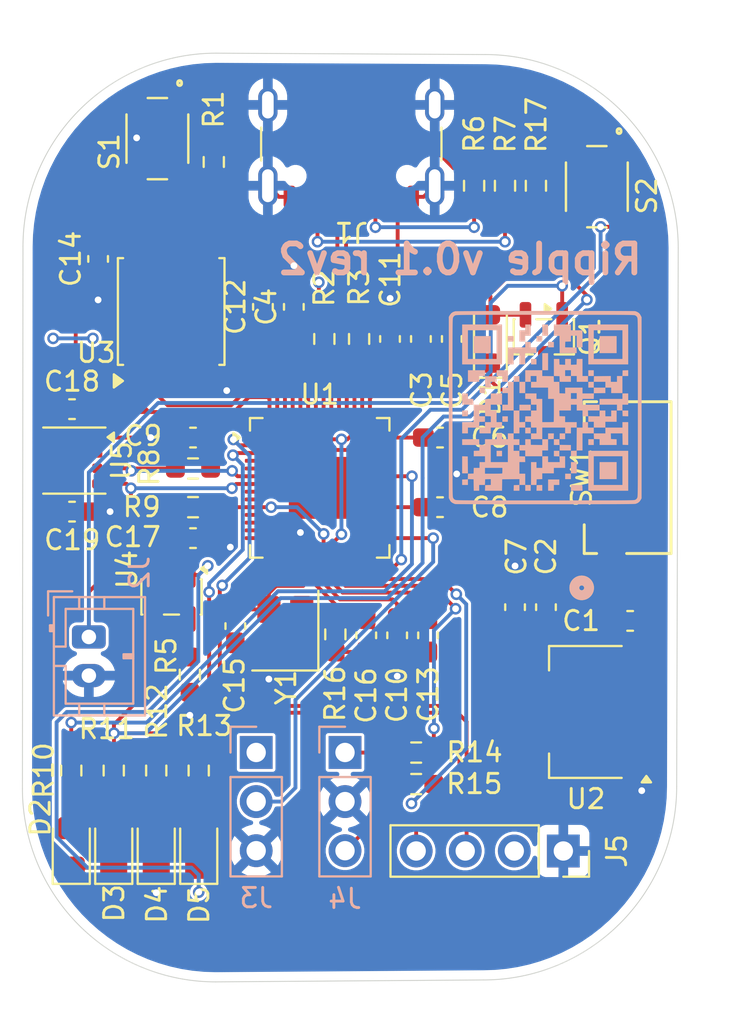
<source format=kicad_pcb>
(kicad_pcb (version 20241229) (generator "pcbnew") (generator_version "9.0")
  (layers (0 "F.Cu" signal) (2 "B.Cu" signal) (13 "F.Paste" user) (15 "B.Paste" user) (5 "F.SilkS" user "F.Silkscreen") (7 "B.SilkS" user "B.Silkscreen") (1 "F.Mask" user) (3 "B.Mask" user) (25 "Edge.Cuts" user))
  (net 0 "")
  (net 1 "Net-(SW1-C)")
  (net 2 "GND")
  (net 3 "+3.3V")
  (net 4 "+1V1")
  (net 5 "XIN")
  (net 6 "Net-(C16-Pad2)")
  (net 7 "VBAT")
  (net 8 "Net-(D1-K)")
  (net 9 "VBUS")
  (net 10 "Net-(D2-A)")
  (net 11 "Net-(D3-A)")
  (net 12 "Net-(D4-A)")
  (net 13 "CHARGE")
  (net 14 "Net-(D5-A)")
  (net 15 "D+")
  (net 16 "Net-(J1-CC1)")
  (net 18 "Net-(J1-CC2)")
  (net 20 "D-")
  (net 21 "LED_PWM")
  (net 22 "Net-(J4-Pin_3)")
  (net 23 "Net-(J4-Pin_1)")
  (net 24 "DSP_SDA")
  (net 25 "DSP_SCL")
  (net 26 "Net-(R1-Pad1)")
  (net 27 "Q_SS")
  (net 28 "Net-(U1-USB_DP)")
  (net 29 "Net-(U1-USB_DM)")
  (net 30 "Net-(U4-PROG)")
  (net 31 "T_SDA")
  (net 32 "T_SCL")
  (net 33 "STATUS")
  (net 34 "SWCLK")
  (net 35 "SWD")
  (net 36 "XOUT")
  (net 37 "RST")
  (net 45 "Q_SD3")
  (net 48 "Q_SD2")
  (net 59 "Q_SD1")
  (net 60 "Q_SCLK")
  (net 66 "Q_SD0")
  (footprint "Resistor_SMD:R_0603_1608Metric_Pad0.98x0.95mm_HandSolder" (layer "F.Cu") (at 87.36 67.8)
    (property "Reference" "R15")
    (property "Value" "100")
  )
  (footprint "Resistor_SMD:R_0603_1608Metric_Pad0.98x0.95mm_HandSolder" (layer "F.Cu") (at 71.7 67.1 90)
    (property "Reference" "R11")
    (property "Value" "4.7k")
  )
  (footprint "Package_SO:SOIC-8_5.3x5.3mm_P1.27mm" (layer "F.Cu") (at 74.675 43.359375 90)
    (property "Reference" "U3")
    (property "Value" "W25Q128JVS")
  )
  (footprint "Diode_SMD:D_SOD-323_HandSoldering" (layer "F.Cu") (at 91.205 44.779375 90)
    (property "Reference" "D1")
    (property "Value" "D_Schottky_Small")
  )
  (footprint "Capacitor_SMD:C_0603_1608Metric_Pad1.08x0.95mm_HandSolder" (layer "F.Cu") (at 88.595 53.479375)
    (property "Reference" "C8")
    (property "Value" "0.1u")
  )
  (footprint "Resistor_SMD:R_0603_1608Metric_Pad0.98x0.95mm_HandSolder" (layer "F.Cu") (at 75.805 51.479375)
    (property "Reference" "R8")
    (property "Value" "4.7k")
  )
  (footprint "Resistor_SMD:R_0603_1608Metric_Pad0.98x0.95mm_HandSolder" (layer "F.Cu") (at 75.805 53.479375)
    (property "Reference" "R9")
    (property "Value" "4.7k")
  )
  (footprint "parts:SW_SKRPACE010" (layer "F.Cu") (at 73.96 34.42 -90)
    (property "Reference" "S1")
    (property "Value" "BOOTSEL")
  )
  (footprint "Resistor_SMD:R_0603_1608Metric_Pad0.98x0.95mm_HandSolder" (layer "F.Cu") (at 83.175 60.056875 90)
    (property "Reference" "R16")
    (property "Value" "1k")
  )
  (footprint "Package_TO_SOT_SMD:SOT-23-5" (layer "F.Cu") (at 74.69 58.1225 -90)
    (property "Reference" "U4")
    (property "Value" "MCP73831-2-OT")
  )
  (footprint "Capacitor_SMD:C_0603_1608Metric_Pad1.08x0.95mm_HandSolder" (layer "F.Cu") (at 87.605 44.779375 90)
    (property "Reference" "C3")
    (property "Value" "1u")
  )
  (footprint "Capacitor_SMD:C_0603_1608Metric_Pad1.08x0.95mm_HandSolder" (layer "F.Cu") (at 79.425 43.119375 90)
    (property "Reference" "C12")
    (property "Value" "0.1u")
  )
  (footprint "Resistor_SMD:R_0603_1608Metric_Pad0.98x0.95mm_HandSolder" (layer "F.Cu") (at 90.36 36.8575 90)
    (property "Reference" "R6")
    (property "Value" "5.1k")
  )
  (footprint "Capacitor_SMD:C_0603_1608Metric_Pad1.08x0.95mm_HandSolder" (layer "F.Cu") (at 86.375 60.106875 -90)
    (property "Reference" "C10")
    (property "Value" "0.1u")
  )
  (footprint "LED_SMD:LED_0805_2012Metric_Pad1.15x1.40mm_HandSolder" (layer "F.Cu") (at 73.9 71.1 90)
    (property "Reference" "D4")
    (property "Value" "3V")
  )
  (footprint "Resistor_SMD:R_0603_1608Metric_Pad0.98x0.95mm_HandSolder" (layer "F.Cu") (at 84.405 44.779375 -90)
    (property "Reference" "R3")
    (property "Value" "27")
  )
  (footprint "Capacitor_SMD:C_0603_1608Metric_Pad1.08x0.95mm_HandSolder" (layer "F.Cu") (at 69.54 53.71)
    (property "Reference" "C19")
    (property "Value" "0.1u")
  )
  (footprint "Capacitor_SMD:C_0603_1608Metric_Pad1.08x0.95mm_HandSolder" (layer "F.Cu") (at 92.48 58.65 90)
    (property "Reference" "C7")
    (property "Value" "0.1u")
  )
  (footprint "Capacitor_SMD:C_0603_1608Metric_Pad1.08x0.95mm_HandSolder" (layer "F.Cu") (at 75.805 49.879375 180)
    (property "Reference" "C9")
    (property "Value" "0.1u")
  )
  (footprint "Resistor_SMD:R_0603_1608Metric_Pad0.98x0.95mm_HandSolder" (layer "F.Cu") (at 91.96 36.8575 90)
    (property "Reference" "R7")
    (property "Value" "5.1k")
  )
  (footprint "Resistor_SMD:R_0603_1608Metric_Pad0.98x0.95mm_HandSolder" (layer "F.Cu") (at 75.64 62.14 90)
    (property "Reference" "R5")
    (property "Value" "5.1k")
  )
  (footprint "Package_TO_SOT_SMD:SOT-223-3_TabPin2" (layer "F.Cu") (at 96.15 64.07 180)
    (property "Reference" "U2")
    (property "Value" "NCP1117-3.3_SOT223")
  )
  (footprint "Resistor_SMD:R_0603_1608Metric_Pad0.98x0.95mm_HandSolder" (layer "F.Cu") (at 76.88 35.6275 -90)
    (property "Reference" "R1")
    (property "Value" "1k")
  )
  (footprint "Resistor_SMD:R_0603_1608Metric_Pad0.98x0.95mm_HandSolder" (layer "F.Cu") (at 82.605 44.779375 -90)
    (property "Reference" "R2")
    (property "Value" "27")
  )
  (footprint "Package_LGA:Bosch_LGA-8_3x3mm_P0.8mm_ClockwisePinNumbering" (layer "F.Cu") (at 69.66 51.07 -90)
    (property "Reference" "U5")
    (property "Value" "BME680")
  )
  (footprint "Connector_PinSocket_2.54mm:PinSocket_1x04_P2.54mm_Vertical" (layer "F.Cu") (at 94.98 71.26 -90)
    (property "Reference" "J5")
    (property "Value" "HDR_DSP")
  )
  (footprint "Resistor_SMD:R_0603_1608Metric_Pad0.98x0.95mm_HandSolder" (layer "F.Cu") (at 87.36 66.17)
    (property "Reference" "R14")
    (property "Value" "100")
  )
  (footprint "Crystal:Crystal_SMD_Abracon_ABM8G-4Pin_3.2x2.5mm" (layer "F.Cu") (at 80.585 59.866875 90)
    (property "Reference" "Y1")
    (property "Value" "Crystal_GND24")
  )
  (footprint "LED_SMD:LED_0805_2012Metric_Pad1.15x1.40mm_HandSolder" (layer "F.Cu") (at 71.7 71.1 90)
    (property "Reference" "D3")
    (property "Value" "5V")
  )
  (footprint "Package_TO_SOT_SMD:SOT-23-3" (layer "F.Cu") (at 93.97 44.67 -90)
    (property "Reference" "Q1")
    (property "Value" "PMOS")
  )
  (footprint "Capacitor_SMD:C_0603_1608Metric_Pad1.08x0.95mm_HandSolder" (layer "F.Cu") (at 69.54 48.41)
    (property "Reference" "C18")
    (property "Value" "0.1u")
  )
  (footprint "Resistor_SMD:R_0603_1608Metric_Pad0.98x0.95mm_HandSolder" (layer "F.Cu") (at 76.1 67.1 90)
    (property "Reference" "R13")
    (property "Value" "10k")
  )
  (footprint "Capacitor_SMD:C_0603_1608Metric_Pad1.08x0.95mm_HandSolder" (layer "F.Cu") (at 87.975 60.106875 -90)
    (property "Reference" "C13")
    (property "Value" "0.1u")
  )
  (footprint "parts:SW3_JSX08001SAQNL_CNK" (layer "F.Cu") (at 98.31 51.95 90)
    (property "Reference" "SW1")
    (property "Value" "SW_SPDT_321")
  )
  (footprint "Capacitor_SMD:C_0603_1608Metric_Pad1.08x0.95mm_HandSolder" (layer "F.Cu") (at 77.995 59.629375 90)
    (property "Reference" "C15")
    (property "Value" "15p")
  )
  (footprint "LED_SMD:LED_0805_2012Metric_Pad1.15x1.40mm_HandSolder" (layer "F.Cu") (at 76.1 71.1 90)
    (property "Reference" "D5")
    (property "Value" "CHRG")
  )
  (footprint "Capacitor_SMD:C_0603_1608Metric_Pad1.08x0.95mm_HandSolder" (layer "F.Cu") (at 70.89 40.64 -90)
    (property "Reference" "C14")
    (property "Value" "0.1u")
  )
  (footprint "Resistor_SMD:R_0603_1608Metric_Pad0.98x0.95mm_HandSolder" (layer "F.Cu") (at 73.9 67.1 90)
    (property "Reference" "R12")
    (property "Value" "4.7k")
  )
  (footprint "Capacitor_SMD:C_0603_1608Metric_Pad1.08x0.95mm_HandSolder" (layer "F.Cu") (at 88.595 49.879375)
    (property "Reference" "C6")
    (property "Value" "0.1u")
  )
  (footprint "Package_DFN_QFN:QFN-56-1EP_7x7mm_P0.4mm_EP3.2x3.2mm" (layer "F.Cu") (at 82.365 52.479375)
    (property "Reference" "U1")
    (property "Value" "RP2040")
  )
  (footprint "Connector_USB:USB_C_Receptacle_GCT_USB4105-xx-A_16P_TopMnt_Horizontal" (layer "F.Cu") (at 84 33.75 180)
    (property "Reference" "J1")
    (property "Value" "USB_C_Receptacle_USB2.0_16P")
  )
  (footprint "Capacitor_SMD:C_0603_1608Metric_Pad1.08x0.95mm_HandSolder" (layer "F.Cu") (at 89.205 44.779375 90)
    (property "Reference" "C5")
    (property "Value" "0.1u")
  )
  (footprint "Capacitor_SMD:C_0603_1608Metric_Pad1.08x0.95mm_HandSolder" (layer "F.Cu") (at 94.08 58.65 90)
    (property "Reference" "C2")
    (property "Value" "10u")
  )
  (footprint "parts:SW_SKRPACE010" (layer "F.Cu") (at 96.715 36.905 -90)
    (property "Reference" "S2")
    (property "Value" "RESET")
  )
  (footprint "Resistor_SMD:R_0603_1608Metric_Pad0.98x0.95mm_HandSolder" (layer "F.Cu") (at 93.56 36.8575 -90)
    (property "Reference" "R17")
    (property "Value" "10k")
  )
  (footprint "Capacitor_SMD:C_0603_1608Metric_Pad1.08x0.95mm_HandSolder" (layer "F.Cu") (at 86.005 44.779375 90)
    (property "Reference" "C11")
    (property "Value" "1u")
  )
  (footprint "Capacitor_SMD:C_0603_1608Metric_Pad1.08x0.95mm_HandSolder" (layer "F.Cu") (at 98.44 59.36 180)
    (property "Reference" "C1")
    (property "Value" "10u")
  )
  (footprint "Capacitor_SMD:C_0603_1608Metric_Pad1.08x0.95mm_HandSolder" (layer "F.Cu") (at 81.025 43.119375 90)
    (property "Reference" "C4")
    (property "Value" "0.1u")
  )
  (footprint "LED_SMD:LED_0805_2012Metric_Pad1.15x1.40mm_HandSolder" (layer "F.Cu") (at 69.5 71.1 90)
    (property "Reference" "D2")
    (property "Value" "STAT")
  )
  (footprint "Capacitor_SMD:C_0603_1608Metric_Pad1.08x0.95mm_HandSolder" (layer "F.Cu") (at 75.805 55.079375)
    (property "Reference" "C17")
    (property "Value" "10u")
  )
  (footprint "Capacitor_SMD:C_0603_1608Metric_Pad1.08x0.95mm_HandSolder" (layer "F.Cu") (at 84.775 60.106875 -90)
    (property "Reference" "C16")
    (property "Value" "15p")
  )
  (footprint "Resistor_SMD:R_0603_1608Metric_Pad0.98x0.95mm_HandSolder" (layer "F.Cu") (at 69.5 67.1 90)
    (property "Reference" "R10")
    (property "Value" "4.7k")
  )
  (footprint "Connector_JST:JST_PH_B2B-PH-K_1x02_P2.00mm_Vertical" (layer "B.Cu") (at 70.41 60.19 -90)
    (property "Reference" "J2")
    (property "Value" "HDR_BATT")
  )
  (footprint "Connector_PinSocket_2.54mm:PinSocket_1x03_P2.54mm_Vertical" (layer "B.Cu") (at 83.675 66.165 180)
    (property "Reference" "J4")
    (property "Value" "HDR_DBG")
  )
  (footprint "parts:gh_qrcode" (layer "B.Cu") (at 94.04 48.33 180)
    (property "Reference" "G***" (hide yes))
    (property "Value" "LOGO" (hide yes))
  )
  (footprint "Connector_PinSocket_2.54mm:PinSocket_1x03_P2.54mm_Vertical" (layer "B.Cu") (at 79.075 66.165 180)
    (property "Reference" "J3")
    (property "Value" "HDR_LED")
  )
  (gr_line (start 100.848931 67.928932) (end 100.928932 40.07107) (stroke (width 0.05)) (layer "Edge.Cuts"))
  (gr_line (start 90.84893 77.928932) (end 76.971068 78.028931) (stroke (width 0.05)) (layer "Edge.Cuts"))
  (gr_arc (start 67 40) (mid 69.928932 32.928932) (end 77 30) (stroke (width 0.05)) (layer "Edge.Cuts"))
  (gr_arc (start 76.971068 78.028932) (mid 69.9 75.1) (end 66.971068 68.028932) (stroke (width 0.05)) (layer "Edge.Cuts"))
  (gr_arc (start 90.928932 30.071068) (mid 98 33) (end 100.928932 40.071068) (stroke (width 0.05)) (layer "Edge.Cuts"))
  (gr_arc (start 100.848932 67.928932) (mid 97.92 75) (end 90.848932 77.928932) (stroke (width 0.05)) (layer "Edge.Cuts"))
  (gr_line (start 77 30) (end 90.92893 30.071068) (stroke (width 0.05)) (layer "Edge.Cuts"))
  (gr_line (start 66.971068 68.028932) (end 67 40) (stroke (width 0.05)) (layer "Edge.Cuts"))
  (gr_text "Ripple v0.1 rev2" (at 99.21 41.54 0) (layer "B.SilkS") (effects (font (size 1.5 1.5) (thickness 0.3) (bold yes)) (justify left bottom mirror)))
  (segment (start 99.3025 54.3825) (end 98.570002 53.650002) (width 0.2) (layer "F.Cu") (net 1))
  (segment (start 99.3025 59.36) (end 99.3025 61.7675) (width 0.2) (layer "F.Cu") (net 1))
  (segment (start 98.570002 53.650002) (end 95.930782 53.650002) (width 0.2) (layer "F.Cu") (net 1))
  (segment (start 99.3025 59.36) (end 99.3025 54.3825) (width 0.2) (layer "F.Cu") (net 1))
  (segment (start 99.3025 61.7675) (end 99.3 61.77) (width 0.2) (layer "F.Cu") (net 1))
  (segment (start 73.9 72.125) (end 73.9 73.42) (width 0.2) (layer "F.Cu") (net 2))
  (segment (start 79.735 60.966875) (end 79.735 62.365) (width 0.2) (layer "F.Cu") (net 2))
  (segment (start 84.775 59.369375) (end 86.375 60.969375) (width 0.2) (layer "F.Cu") (net 2))
  (segment (start 76.58 46.946875) (end 77.046875 46.946875) (width 0.2) (layer "F.Cu") (net 2))
  (segment (start 88.32 34.97) (end 88.32 36.855) (width 0.2) (layer "F.Cu") (net 2))
  (segment (start 84.775 59.244375) (end 84.775 59.369375) (width 0.2) (layer "F.Cu") (net 2))
  (segment (start 89.295 35.945) (end 88.32 34.97) (width 0.2) (layer "F.Cu") (net 2))
  (segment (start 72.885 36.495) (end 72.885 32.345) (width 0.2) (layer "F.Cu") (net 2))
  (segment (start 87.605 43.916875) (end 89.205 43.916875) (width 0.2) (layer "F.Cu") (net 2))
  (segment (start 99.3 67.88) (end 99.04 68.14) (width 0.2) (layer "F.Cu") (net 2))
  (segment (start 79.735 60.466875) (end 79.735 60.966875) (width 0.2) (layer "F.Cu") (net 2))
  (segment (start 89.4575 51.76) (end 89.4575 53.479375) (width 0.2) (layer "F.Cu") (net 2))
  (segment (start 76.38 55.97) (end 76.6675 55.6825) (width 0.2) (layer "F.Cu") (net 2))
  (segment (start 94.08 57.7875) (end 97.0375 57.7875) (width 0.2) (layer "F.Cu") (net 2))
  (segment (start 97.0375 57.7875) (end 97.5775 58.3275) (width 0.2) (layer "F.Cu") (net 2))
  (segment (start 68.4725 50.67) (end 69.1575 50.67) (width 0.2) (layer "F.Cu") (net 2))
  (segment (start 89.4575 49.879375) (end 89.4575 51.76) (width 0.2) (layer "F.Cu") (net 2))
  (segment (start 86.005 43.916875) (end 86.005 42.685) (width 0.2) (layer "F.Cu") (net 2))
  (segment (start 91.96 35.945) (end 93.56 35.945) (width 0.2) (layer "F.Cu") (net 2))
  (segment (start 92.48 57.7875) (end 92.48 56.52) (width 0.2) (layer "F.Cu") (net 2))
  (segment (start 74.69 56.29) (end 75.01 55.97) (width 0.2) (layer "F.Cu") (net 2))
  (segment (start 77.995 60.491875) (end 79.26 60.491875) (width 0.2) (layer "F.Cu") (net 2))
  (segment (start 81.025 42.256875) (end 81.025 40.995) (width 0.2) (layer "F.Cu") (net 2))
  (segment (start 74.9425 49.879375) (end 70.856875 49.879375) (width 0.2) (layer "F.Cu") (net 2))
  (segment (start 86.005 43.916875) (end 87.605 43.916875) (width 0.2) (layer "F.Cu") (net 2))
  (segment (start 75.01 55.97) (end 76.38 55.97) (width 0.2) (layer "F.Cu") (net 2))
  (segment (start 95.64 36.95) (end 95.64 34.83) (width 0.2) (layer "F.Cu") (net 2))
  (segment (start 79.735 62.365) (end 79.73 62.37) (width 0.2) (layer "F.Cu") (net 2))
  (segment (start 86.375 62.215) (end 86.38 62.22) (width 0.2) (layer "F.Cu") (net 2))
  (segment (start 94.635 35.945) (end 95.64 36.95) (width 0.2) (layer "F.Cu") (net 2))
  (segment (start 79.26 60.491875) (end 79.735 60.966875) (width 0.2) (layer "F.Cu") (net 2))
  (segment (start 97.5775 58.3275) (end 97.5775 59.36) (width 0.2) (layer "F.Cu") (net 2))
  (segment (start 90.36 35.945) (end 91.96 35.945) (width 0.2) (layer "F.Cu") (net 2))
  (segment (start 81.435 58.766875) (end 79.735 60.466875) (width 0.2) (layer "F.Cu") (net 2))
  (segment (start 87.745 37.43) (end 88.32 36.855) (width 0.2) (layer "F.Cu") (net 2))
  (segment (start 77.046875 46.946875) (end 77.55 47.45) (width 0.2) (layer "F.Cu") (net 2))
  (segment (start 69.1575 50.67) (end 70.4025 49.425) (width 0.2) (layer "F.Cu") (net 2))
  (segment (start 79.68 36.855) (end 79.68 32.675) (width 0.2) (layer "F.Cu") (net 2))
  (segment (start 79.425 42.256875) (end 81.025 42.256875) (width 0.2) (layer "F.Cu") (net 2))
  (segment (start 80.255 37.43) (end 79.68 36.855) (width 0.2) (layer "F.Cu") (net 2))
  (segment (start 69.5 72.125) (end 71.7 72.125) (width 0.2) (layer "F.Cu") (net 2))
  (segment (start 92.48 57.7875) (end 94.08 57.7875) (width 0.2) (layer "F.Cu") (net 2))
  (segment (start 81.025 40.995) (end 81.03 40.99) (width 0.2) (layer "F.Cu") (net 2))
  (segment (start 87.2 37.43) (end 87.745 37.43) (width 0.2) (layer "F.Cu") (net 2))
  (segment (start 70.4025 49.425) (end 70.8475 49.87) (width 0.2) (layer "F.Cu") (net 2))
  (segment (start 81.365 55.916875) (end 81.365 53.479375) (width 0.2) (layer "F.Cu") (net 2))
  (segment (start 70.4025 48.41) (end 70.4025 49.425) (width 0.2) (layer "F.Cu") (net 2))
  (segment (start 93.56 35.945) (end 94.635 35.945) (width 0.2) (layer "F.Cu") (net 2))
  (segment (start 86.005 42.685) (end 86.01 42.68) (width 0.2) (layer "F.Cu") (net 2))
  (segment (start 99.3 66.37) (end 99.3 67.88) (width 0.2) (layer "F.Cu") (net 2))
  (segment (start 70.4025 53.71) (end 71.51 53.71) (width 0.2) (layer "F.Cu") (net 2))
  (segment (start 81.365 53.479375) (end 82.365 52.479375) (width 0.2) (layer "F.Cu") (net 2))
  (segment (start 95.64 38.98) (end 95.64 36.95) (width 0.2) (layer "F.Cu") (net 2))
  (segment (start 86.375 60.969375) (end 87.975 60.969375) (width 0.2) (layer "F.Cu") (net 2))
  (segment (start 80.8 37.43) (end 80.255 37.43) (width 0.2) (layer "F.Cu") (net 2))
  (segment (start 76.6675 55.6825) (end 76.6675 55.079375) (width 0.2) (layer "F.Cu") (net 2))
  (segment (start 77.269375 55.079375) (end 77.736091 55.546091) (width 0.2) (layer "F.Cu") (net 2))
  (segment (start 70.856875 49.879375) (end 70.8475 49.87) (width 0.2) (layer "F.Cu") (net 2))
  (segment (start 70.89 41.5025) (end 70.89 42.76) (width 0.2) (layer "F.Cu") (net 2))
  (segment (start 75.64 63.0525) (end 75.64 64.24) (width 0.2) (layer "F.Cu") (net 2))
  (segment (start 71.7 72.125) (end 73.9 72.125) (width 0.2) (layer "F.Cu") (net 2))
  (segment (start 88.32 32.675) (end 88.32 34.97) (width 0.2) (layer "F.Cu") (net 2))
  (segment (start 86.375 60.969375) (end 86.375 62.215) (width 0.2) (layer "F.Cu") (net 2))
  (segment (start 76.6675 55.079375) (end 77.269375 55.079375) (width 0.2) (layer "F.Cu") (net 2))
  (segment (start 90.36 35.945) (end 89.295 35.945) (width 0.2) (layer "F.Cu") (net 2))
  (segment (start 74.69 56.985) (end 74.69 56.29) (width 0.2) (layer "F.Cu") (net 2))
  (via (at 79.73 62.37) (size 0.6) (drill 0.35) (layers "F.Cu" "B.Cu") (net 2))
  (via (at 71.51 53.71) (size 0.6) (drill 0.35) (layers "F.Cu" "B.Cu") (net 2))
  (via (at 81.03 40.99) (size 0.6) (drill 0.35) (layers "F.Cu" "B.Cu") (net 2))
  (via (at 70.89 42.76) (size 0.6) (drill 0.35) (layers "F.Cu" "B.Cu") (net 2))
  (via (at 92.48 56.52) (size 0.6) (drill 0.35) (layers "F.Cu" "B.Cu") (net 2))
  (via (at 86.01 42.68) (size 0.6) (drill 0.35) (layers "F.Cu" "B.Cu") (net 2))
  (via (at 77.55 47.45) (size 0.6) (drill 0.35) (layers "F.Cu" "B.Cu") (net 2))
  (via (at 89.4575 51.76) (size 0.6) (drill 0.35) (layers "F.Cu" "B.Cu") (net 2))
  (via (at 99.04 68.14) (size 0.6) (drill 0.35) (layers "F.Cu" "B.Cu") (net 2))
  (via (at 86.38 62.22) (size 0.6) (drill 0.35) (layers "F.Cu" "B.Cu") (net 2))
  (via (at 73.9 73.42) (size 0.6) (drill 0.35) (layers "F.Cu" "B.Cu") (net 2))
  (via (at 73.61 49.879375) (size 0.6) (drill 0.35) (layers "F.Cu" "B.Cu") (net 2))
  (via (at 77.736091 55.546091) (size 0.6) (drill 0.35) (layers "F.Cu" "B.Cu") (net 2))
  (via (at 75.64 64.24) (size 0.6) (drill 0.35) (layers "F.Cu" "B.Cu") (net 2))
  (via (at 72.885 34.38) (size 0.6) (drill 0.35) (layers "F.Cu" "B.Cu") (net 2))
  (via (at 81.365 54.79) (size 0.6) (drill 0.35) (layers "F.Cu" "B.Cu") (net 2))
  (segment (start 85.8025 53.479375) (end 87.7325 53.479375) (width 0.2) (layer "F.Cu") (net 3))
  (segment (start 76.6675 49.879375) (end 76.6675 51.429375) (width 0.2) (layer "F.Cu") (net 3))
  (segment (start 85.8025 49.879375) (end 87.7325 49.879375) (width 0.2) (layer "F.Cu") (net 3))
  (segment (start 77.396875 49.15) (end 76.6675 49.879375) (width 0.2) (layer "F.Cu") (net 3))
  (segment (start 87.605 46.399375) (end 87.605 45.641875) (width 0.2) (layer "F.Cu") (net 3))
  (segment (start 84.965 49.041875) (end 84.965 47.849375) (width 0.2) (layer "F.Cu") (net 3))
  (segment (start 81.82 50.52) (end 81.821 50.521) (width 0.2) (layer "F.Cu") (net 3))
  (segment (start 93 64.07) (end 99.3 64.07) (width 0.2) (layer "F.Cu") (net 3))
  (segment (start 89.205 46.389375) (end 89.205 45.641875) (width 0.2) (layer "F.Cu") (net 3))
  (segment (start 84.690625 49.879375) (end 85.8025 49.879375) (width 0.2) (layer "F.Cu") (net 3))
  (segment (start 76.7175 53.479375) (end 78.9275 53.479375) (width 0.2) (layer "F.Cu") (net 3))
  (segment (start 76.6675 51.429375) (end 76.7175 51.479375) (width 0.2) (layer "F.Cu") (net 3))
  (segment (start 82.965 49.041875) (end 82.965 47.604649) (width 0.2) (layer "F.Cu") (net 3))
  (segment (start 85.076776 47.230375) (end 86.774 47.230375) (width 0.2) (layer "F.Cu") (net 3))
  (segment (start 82.565 49.041875) (end 82.565 47.204648) (width 0.2) (layer "F.Cu") (net 3))
  (segment (start 83.411388 58.249375) (end 82.565 57.402987) (width 0.2) (layer "F.Cu") (net 3))
  (segment (start 79.849375 53.479375) (end 79.85 53.48) (width 0.2) (layer "F.Cu") (net 3))
  (segment (start 82.565 54.865) (end 82.57 54.86) (width 0.2) (layer "F.Cu") (net 3))
  (segment (start 82.565 55.916875) (end 82.565 54.865) (width 0.2) (layer "F.Cu") (net 3))
  (segment (start 80.79 50.52) (end 81.82 50.52) (width 0.2) (layer "F.Cu") (net 3))
  (segment (start 84.565 49.041875) (end 84.565 47.742151) (width 0.2) (layer "F.Cu") (net 3))
  (segment (start 85.225 47.589375) (end 88.005 47.589375) (width 0.2) (layer "F.Cu") (net 3))
  (segment (start 82.965 47.604649) (end 82.452363 47.092012) (width 0.2) (layer "F.Cu") (net 3))
  (segment (start 80.149375 49.879375) (end 80.79 50.52) (width 0.2) (layer "F.Cu") (net 3))
  (segment (start 82.32 42.686875) (end 82.32 41.85) (width 0.2) (layer "F.Cu") (net 3))
  (segment (start 81.025 43.981875) (end 81.025 45.66465) (width 0.2) (layer "F.Cu") (net 3))
  (segment (start 78.9275 49.879375) (end 80.149375 49.879375) (width 0.2) (layer "F.Cu") (net 3))
  (segment (start 88.005 47.589375) (end 89.205 46.389375) (width 0.2) (layer "F.Cu") (net 3))
  (segment (start 81.821 50.521) (end 84.049 50.521) (width 0.2) (layer "F.Cu") (net 3))
  (segment (start 84.049 50.521) (end 84.690625 49.879375) (width 0.2) (layer "F.Cu") (net 3))
  (segment (start 86.135 58.249375) (end 83.411388 58.249375) (width 0.2) (layer "F.Cu") (net 3))
  (segment (start 84.565 47.742151) (end 85.076776 47.230375) (width 0.2) (layer "F.Cu") (net 3))
  (segment (start 82.452363 47.092012) (end 81.025 45.66465) (width 0.2) (layer "F.Cu") (net 3))
  (segment (start 78.198125 49.15) (end 77.396875 49.15) (width 0.2) (layer "F.Cu") (net 3))
  (segment (start 82.565 57.402987) (end 82.565 55.916875) (width 0.2) (layer "F.Cu") (net 3))
  (segment (start 86.774 47.230375) (end 87.605 46.399375) (width 0.2) (layer "F.Cu") (net 3))
  (segment (start 82.565 47.204648) (end 82.452363 47.092012) (width 0.2) (layer "F.Cu") (net 3))
  (segment (start 81.025 43.981875) (end 82.32 42.686875) (width 0.2) (layer "F.Cu") (net 3))
  (segment (start 86.375 59.244375) (end 86.375 58.489375) (width 0.2) (layer "F.Cu") (net 3))
  (segment (start 78.9275 53.479375) (end 79.849375 53.479375) (width 0.2) (layer "F.Cu") (net 3))
  (segment (start 86.375 58.489375) (end 86.135 58.249375) (width 0.2) (layer "F.Cu") (net 3))
  (segment (start 84.965 47.849375) (end 85.225 47.589375) (width 0.2) (layer "F.Cu") (net 3))
  (segment (start 78.9275 49.879375) (end 78.198125 49.15) (width 0.2) (layer "F.Cu") (net 3))
  (via (at 79.85 53.48) (size 0.6) (drill 0.35) (layers "F.Cu" "B.Cu") (net 3))
  (via (at 68.56 44.75) (size 0.6) (drill 0.35) (layers "F.Cu" "B.Cu") (net 3))
  (via (at 70.62 44.75) (size 0.6) (drill 0.35) (layers "F.Cu" "B.Cu") (net 3))
  (via (at 82.57 54.86) (size 0.6) (drill 0.35) (layers "F.Cu" "B.Cu") (net 3))
  (via (at 82.32 41.85) (size 0.6) (drill 0.35) (layers "F.Cu" "B.Cu") (net 3))
  (segment (start 82.57 54.86) (end 81.19 53.48) (width 0.2) (layer "B.Cu") (net 3))
  (segment (start 81.19 53.48) (end 79.85 53.48) (width 0.2) (layer "B.Cu") (net 3))
  (segment (start 68.56 44.75) (end 70.62 44.75) (width 0.2) (layer "B.Cu") (net 3))
  (segment (start 82.165 49.041875) (end 82.165 49.506439) (width 0.2) (layer "F.Cu") (net 4))
  (segment (start 83.49 49.97) (end 83.799439 49.97) (width 0.2) (layer "F.Cu") (net 4))
  (segment (start 84.931388 46.879375) (end 84.165 47.645763) (width 0.2) (layer "F.Cu") (net 4))
  (segment (start 82.96 49.97) (end 83.49 49.97) (width 0.2) (layer "F.Cu") (net 4))
  (segment (start 87.454 57.898375) (end 83.556776 57.898375) (width 0.2) (layer "F.Cu") (net 4))
  (segment (start 82.165 49.041875) (end 82.165 47.301038) (width 0.2) (layer "F.Cu") (net 4))
  (segment (start 82.965 55.916875) (end 82.965 55.405) (width 0.2) (layer "F.Cu") (net 4))
  (segment (start 87.975 58.419375) (end 87.454 57.898375) (width 0.2) (layer "F.Cu") (net 4))
  (segment (start 82.965 57.306599) (end 82.965 55.916875) (width 0.2) (layer "F.Cu") (net 4))
  (segment (start 84.165 49.604439) (end 84.165 49.041875) (width 0.2) (layer "F.Cu") (net 4))
  (segment (start 82.165 47.301038) (end 79.425 44.561039) (width 0.2) (layer "F.Cu") (net 4))
  (segment (start 82.965 55.405) (end 83.49 54.88) (width 0.2) (layer "F.Cu") (net 4))
  (segment (start 86.005 46.519375) (end 85.645 46.879375) (width 0.2) (layer "F.Cu") (net 4))
  (segment (start 82.165 49.506439) (end 82.628561 49.97) (width 0.2) (layer "F.Cu") (net 4))
  (segment (start 84.165 47.645763) (end 84.165 49.041875) (width 0.2) (layer "F.Cu") (net 4))
  (segment (start 79.425 44.561039) (end 79.425 43.981875) (width 0.2) (layer "F.Cu") (net 4))
  (segment (start 83.556776 57.898375) (end 82.965 57.306599) (width 0.2) (layer "F.Cu") (net 4))
  (segment (start 85.645 46.879375) (end 84.931388 46.879375) (width 0.2) (layer "F.Cu") (net 4))
  (segment (start 83.799439 49.97) (end 84.165 49.604439) (width 0.2) (layer "F.Cu") (net 4))
  (segment (start 87.975 59.244375) (end 87.975 58.419375) (width 0.2) (layer "F.Cu") (net 4))
  (segment (start 86.005 45.641875) (end 86.005 46.519375) (width 0.2) (layer "F.Cu") (net 4))
  (segment (start 82.628561 49.97) (end 82.96 49.97) (width 0.2) (layer "F.Cu") (net 4))
  (via (at 83.49 49.97) (size 0.6) (drill 0.35) (layers "F.Cu" "B.Cu") (net 4))
  (via (at 83.49 54.88) (size 0.6) (drill 0.35) (layers "F.Cu" "B.Cu") (net 4))
  (segment (start 83.49 54.88) (end 83.49 49.97) (width 0.2) (layer "B.Cu") (net 4))
  (segment (start 81.765 57.289375) (end 81.505 57.549375) (width 0.2) (layer "F.Cu") (net 5))
  (segment (start 81.765 55.916875) (end 81.765 57.289375) (width 0.2) (layer "F.Cu") (net 5))
  (segment (start 81.505 57.549375) (end 80.115 57.549375) (width 0.2) (layer "F.Cu") (net 5))
  (segment (start 79.735 57.929375) (end 79.735 58.766875) (width 0.2) (layer "F.Cu") (net 5))
  (segment (start 77.995 58.766875) (end 79.735 58.766875) (width 0.2) (layer "F.Cu") (net 5))
  (segment (start 80.115 57.549375) (end 79.735 57.929375) (width 0.2) (layer "F.Cu") (net 5))
  (segment (start 83.1725 60.966875) (end 83.175 60.969375) (width 0.2) (layer "F.Cu") (net 6))
  (segment (start 83.175 60.969375) (end 84.775 60.969375) (width 0.2) (layer "F.Cu") (net 6))
  (segment (start 81.435 60.966875) (end 83.1725 60.966875) (width 0.2) (layer "F.Cu") (net 6))
  (segment (start 73.74 56.985) (end 71.285 56.985) (width 0.2) (layer "F.Cu") (net 7))
  (segment (start 74.9425 55.079375) (end 73.190625 55.079375) (width 0.2) (layer "F.Cu") (net 7))
  (segment (start 73.190625 55.079375) (end 71.285 56.985) (width 0.2) (layer "F.Cu") (net 7))
  (segment (start 71.285 56.985) (end 70.41 57.86) (width 0.2) (layer "F.Cu") (net 7))
  (segment (start 70.41 57.86) (end 70.41 60.19) (width 0.2) (layer "F.Cu") (net 7))
  (segment (start 94.92 42.03) (end 94.92 43.5325) (width 0.2) (layer "F.Cu") (net 7))
  (via (at 94.92 42.03) (size 0.6) (drill 0.35) (layers "F.Cu" "B.Cu") (net 7))
  (segment (start 92.1 42.03) (end 94.92 42.03) (width 0.2) (layer "B.Cu") (net 7))
  (segment (start 74 48.09) (end 80.33 48.09) (width 0.2) (layer "B.Cu") (net 7))
  (segment (start 91.22 42.91) (end 91.81 42.32) (width 0.2) (layer "B.Cu") (net 7))
  (segment (start 91.81 42.32) (end 92.1 42.03) (width 0.2) (layer "B.Cu") (net 7))
  (segment (start 89.58 48.09) (end 90.35 47.32) (width 0.2) (layer "B.Cu") (net 7))
  (segment (start 70.41 51.68) (end 70.82 51.27) (width 0.2) (layer "B.Cu") (net 7))
  (segment (start 70.82 51.27) (end 74 48.09) (width 0.2) (layer "B.Cu") (net 7))
  (segment (start 91.22 43.44) (end 91.22 42.91) (width 0.2) (layer "B.Cu") (net 7))
  (segment (start 70.41 60.19) (end 70.41 51.68) (width 0.2) (layer "B.Cu") (net 7))
  (segment (start 90.35 47.32) (end 91.22 46.45) (width 0.2) (layer "B.Cu") (net 7))
  (segment (start 91.22 46.45) (end 91.22 43.44) (width 0.2) (layer "B.Cu") (net 7))
  (segment (start 80.33 48.09) (end 89.58 48.09) (width 0.2) (layer "B.Cu") (net 7))
  (segment (start 93.49 47.4) (end 93.97 47.88) (width 0.2) (layer "F.Cu") (net 8))
  (segment (start 91.68 47.4) (end 93.49 47.4) (width 0.2) (layer "F.Cu") (net 8))
  (segment (start 91.205 46.029375) (end 91.205 46.925) (width 0.2) (layer "F.Cu") (net 8))
  (segment (start 91.205 46.925) (end 91.68 47.4) (width 0.2) (layer "F.Cu") (net 8))
  (segment (start 93.97 47.88) (end 93.97 49.42) (width 0.2) (layer "F.Cu") (net 8))
  (segment (start 93.97 45.8075) (end 93.97 47.88) (width 0.2) (layer "F.Cu") (net 8))
  (segment (start 93.97 49.42) (end 94.799998 50.249998) (width 0.2) (layer "F.Cu") (net 8))
  (segment (start 94.799998 50.249998) (end 95.930782 50.249998) (width 0.2) (layer "F.Cu") (net 8))
  (segment (start 86.4 37.43) (end 86.4 41.17) (width 0.2) (layer "F.Cu") (net 9))
  (segment (start 96.198909 42.529677) (end 96.198909 42.748909) (width 0.2) (layer "F.Cu") (net 9))
  (segment (start 81.6 37.43) (end 81.6 37.041888) (width 0.2) (layer "F.Cu") (net 9))
  (segment (start 86.4 37.001) (end 86.4 37.43) (width 0.2) (layer "F.Cu") (net 9))
  (segment (start 91.205 42.575) (end 91.205 43.529375) (width 0.2) (layer "F.Cu") (net 9))
  (segment (start 85.652 36.253) (end 86.4 37.001) (width 0.2) (layer "F.Cu") (net 9))
  (segment (start 91.39 42.26) (end 90.89 42.26) (width 0.2) (layer "F.Cu") (net 9))
  (segment (start 71.71 65.17) (end 71.71 64.72) (width 0.2) (layer "F.Cu") (net 9))
  (segment (start 71.71 64.72) (end 73.74 62.69) (width 0.2) (layer "F.Cu") (net 9))
  (segment (start 75.86 65.17) (end 76.1 65.41) (width 0.2) (layer "F.Cu") (net 9))
  (segment (start 82.388888 36.253) (end 85.652 36.253) (width 0.2) (layer "F.Cu") (net 9))
  (segment (start 92.075 41.575) (end 92.171 41.479) (width 0.2) (layer "F.Cu") (net 9))
  (segment (start 95.148232 41.479) (end 96.198909 42.529677) (width 0.2) (layer "F.Cu") (net 9))
  (segment (start 73.74 59.26) (end 73.74 60.64) (width 0.2) (layer "F.Cu") (net 9))
  (segment (start 76.1 65.41) (end 76.1 66.1875) (width 0.2) (layer "F.Cu") (net 9))
  (segment (start 93.56 40.09) (end 92.075 41.575) (width 0.2) (layer "F.Cu") (net 9))
  (segment (start 71.71 65.17) (end 71.71 66.1775) (width 0.2) (layer "F.Cu") (net 9))
  (segment (start 90.89 42.26) (end 91.205 42.575) (width 0.2) (layer "F.Cu") (net 9))
  (segment (start 87.49 42.26) (end 90.89 42.26) (width 0.2) (layer "F.Cu") (net 9))
  (segment (start 73.74 62.69) (end 73.74 60.64) (width 0.2) (layer "F.Cu") (net 9))
  (segment (start 92.171 41.479) (end 95.148232 41.479) (width 0.2) (layer "F.Cu") (net 9))
  (segment (start 86.4 41.17) (end 87.49 42.26) (width 0.2) (layer "F.Cu") (net 9))
  (segment (start 71.71 66.1775) (end 71.7 66.1875) (width 0.2) (layer "F.Cu") (net 9))
  (segment (start 93.56 37.77) (end 93.56 40.09) (width 0.2) (layer "F.Cu") (net 9))
  (segment (start 91.205 43.529375) (end 93.016875 43.529375) (width 0.2) (layer "F.Cu") (net 9))
  (segment (start 93.016875 43.529375) (end 93.02 43.5325) (width 0.2) (layer "F.Cu") (net 9))
  (segment (start 81.6 37.041888) (end 82.388888 36.253) (width 0.2) (layer "F.Cu") (net 9))
  (segment (start 92.075 41.575) (end 91.39 42.26) (width 0.2) (layer "F.Cu") (net 9))
  (segment (start 71.71 65.17) (end 75.86 65.17) (width 0.2) (layer "F.Cu") (net 9))
  (via (at 71.71 65.17) (size 0.6) (drill 0.35) (layers "F.Cu" "B.Cu") (net 9))
  (via (at 96.198909 42.748909) (size 0.6) (drill 0.35) (layers "F.Cu" "B.Cu") (net 9))
  (segment (start 87.691 56.364621) (end 87.07781 56.97781) (width 0.2) (layer "B.Cu") (net 9))
  (segment (start 80.345388 58.181) (end 79.873194 58.653194) (width 0.2) (layer "B.Cu") (net 9))
  (segment (start 87.691 49.879) (end 87.691 51.97) (width 0.2) (layer "B.Cu") (net 9))
  (segment (start 84.56 58.181) (end 80.345388 58.181) (width 0.2) (layer "B.Cu") (net 9))
  (segment (start 85.87462 58.181) (end 84.56 58.181) (width 0.2) (layer "B.Cu") (net 9))
  (segment (start 73.356388 65.17) (end 71.71 65.17) (width 0.2) (layer "B.Cu") (net 9))
  (segment (start 96.198909 42.748909) (end 90.156818 48.791) (width 0.2) (layer "B.Cu") (net 9))
  (segment (start 88.05 49.52) (end 87.691 49.879) (width 0.2) (layer "B.Cu") (net 9))
  (segment (start 88.88 48.791) (end 88.779 48.791) (width 0.2) (layer "B.Cu") (net 9))
  (segment (start 87.691 51.97) (end 87.691 56.364621) (width 0.2) (layer "B.Cu") (net 9))
  (segment (start 79.873194 58.653194) (end 76.891 61.635388) (width 0.2) (layer "B.Cu") (net 9))
  (segment (start 76.891 61.635388) (end 73.356388 65.17) (width 0.2) (layer "B.Cu") (net 9))
  (segment (start 87.07781 56.97781) (end 85.87462 58.181) (width 0.2) (layer "B.Cu") (net 9))
  (segment (start 90.156818 48.791) (end 88.88 48.791) (width 0.2) (layer "B.Cu") (net 9))
  (segment (start 88.779 48.791) (end 88.05 49.52) (width 0.2) (layer "B.Cu") (net 9))
  (segment (start 69.5 70.075) (end 69.5 68.0125) (width 0.2) (layer "F.Cu") (net 10))
  (segment (start 71.7 70.075) (end 71.7 68.0125) (width 0.2) (layer "F.Cu") (net 11))
  (segment (start 73.9 70.075) (end 73.9 68.0125) (width 0.2) (layer "F.Cu") (net 12))
  (segment (start 75.64 56.985) (end 76.095 56.985) (width 0.2) (layer "F.Cu") (net 13))
  (segment (start 76.1 72.125) (end 76.1 73.39) (width 0.2) (layer "F.Cu") (net 13))
  (segment (start 76.095 56.985) (end 76.57 56.51) (width 0.2) (layer "F.Cu") (net 13))
  (via (at 76.1 73.39) (size 0.6) (drill 0.35) (layers "F.Cu" "B.Cu") (net 13))
  (via (at 76.57 56.51) (size 0.6) (drill 0.35) (layers "F.Cu" "B.Cu") (net 13))
  (segment (start 68.74 64.600768) (end 68.74 70.53) (width 0.2) (layer "B.Cu") (net 13))
  (segment (start 76.1 72.5) (end 76.1 73.39) (width 0.2) (layer "B.Cu") (net 13))
  (segment (start 69.271768 64.069) (end 68.74 64.600768) (width 0.2) (layer "B.Cu") (net 13))
  (segment (start 76.08 57) (end 76.08 61.453612) (width 0.2) (layer "B.Cu") (net 13))
  (segment (start 73.464612 64.069) (end 69.271768 64.069) (width 0.2) (layer "B.Cu") (net 13))
  (segment (start 70.33 72.12) (end 75.72 72.12) (width 0.2) (layer "B.Cu") (net 13))
  (segment (start 68.74 70.53) (end 70.33 72.12) (width 0.2) (layer "B.Cu") (net 13))
  (segment (start 76.08 61.453612) (end 73.464612 64.069) (width 0.2) (layer "B.Cu") (net 13))
  (segment (start 76.57 56.51) (end 76.08 57) (width 0.2) (layer "B.Cu") (net 13))
  (segment (start 75.72 72.12) (end 76.1 72.5) (width 0.2) (layer "B.Cu") (net 13))
  (segment (start 76.1 70.075) (end 76.1 68.0125) (width 0.2) (layer "F.Cu") (net 14))
  (segment (start 83.25 36.891888) (end 83.537888 36.604) (width 0.2) (layer "F.Cu") (net 15))
  (segment (start 83.275 38.317501) (end 83.25 38.292501) (width 0.2) (layer "F.Cu") (net 15))
  (segment (start 83.28 39.479375) (end 83.275 39.474375) (width 0.2) (layer "F.Cu") (net 15))
  (segment (start 82.605 43.135624) (end 83.28 42.460624) (width 0.2) (layer "F.Cu") (net 15))
  (segment (start 83.28 42.460624) (end 83.28 39.479375) (width 0.2) (layer "F.Cu") (net 15))
  (segment (start 83.25 37.43) (end 83.25 36.891888) (width 0.2) (layer "F.Cu") (net 15))
  (segment (start 83.275 39.474375) (end 83.275 38.317501) (width 0.2) (layer "F.Cu") (net 15))
  (segment (start 84.144 36.604) (end 84.25 36.71) (width 0.2) (layer "F.Cu") (net 15))
  (segment (start 84.25 36.71) (end 84.25 37.43) (width 0.2) (layer "F.Cu") (net 15))
  (segment (start 83.537888 36.604) (end 84.144 36.604) (width 0.2) (layer "F.Cu") (net 15))
  (segment (start 82.605 43.866875) (end 82.605 43.135624) (width 0.2) (layer "F.Cu") (net 15))
  (segment (start 83.25 38.292501) (end 83.25 37.43) (width 0.2) (layer "F.Cu") (net 15))
  (segment (start 85.25 37.43) (end 85.25 39) (width 0.2) (layer "F.Cu") (net 16))
  (segment (start 90.36 39) (end 90.36 37.77) (width 0.2) (layer "F.Cu") (net 16))
  (via (at 85.25 39) (size 0.6) (drill 0.35) (layers "F.Cu" "B.Cu") (net 16))
  (via (at 90.36 39) (size 0.6) (drill 0.35) (layers "F.Cu" "B.Cu") (net 16))
  (segment (start 85.25 39) (end 90.36 39) (width 0.2) (layer "B.Cu") (net 16))
  (segment (start 91.96 39.75) (end 91.96 37.77) (width 0.2) (layer "F.Cu") (net 18))
  (segment (start 82.25 37.43) (end 82.25 39.75) (width 0.2) (layer "F.Cu") (net 18))
  (via (at 82.25 39.75) (size 0.6) (drill 0.35) (layers "F.Cu" "B.Cu") (net 18))
  (via (at 91.96 39.75) (size 0.6) (drill 0.35) (layers "F.Cu" "B.Cu") (net 18))
  (segment (start 82.25 39.75) (end 91.96 39.75) (width 0.2) (layer "B.Cu") (net 18))
  (segment (start 83.725 38.317501) (end 83.75 38.292501) (width 0.2) (layer "F.Cu") (net 20))
  (segment (start 83.75 38.03) (end 83.75 37.43) (width 0.2) (layer "F.Cu") (net 20))
  (segment (start 83.725 39.302169) (end 83.725 38.317501) (width 0.2) (layer "F.Cu") (net 20))
  (segment (start 83.73 42.460624) (end 83.73 39.307169) (width 0.2) (layer "F.Cu") (net 20))
  (segment (start 84.75 37.43) (end 84.75 37.968112) (width 0.2) (layer "F.Cu") (net 20))
  (segment (start 84.405 43.866875) (end 84.405 43.135624) (width 0.2) (layer "F.Cu") (net 20))
  (segment (start 83.75 38.292501) (end 83.75 38.03) (width 0.2) (layer "F.Cu") (net 20))
  (segment (start 84.75 37.968112) (end 84.462112 38.256) (width 0.2) (layer "F.Cu") (net 20))
  (segment (start 84.462112 38.256) (end 83.976 38.256) (width 0.2) (layer "F.Cu") (net 20))
  (segment (start 84.405 43.135624) (end 83.73 42.460624) (width 0.2) (layer "F.Cu") (net 20))
  (segment (start 83.976 38.256) (end 83.75 38.03) (width 0.2) (layer "F.Cu") (net 20))
  (segment (start 83.73 39.307169) (end 83.725 39.302169) (width 0.2) (layer "F.Cu") (net 20))
  (segment (start 85.8025 55.079375) (end 88.240375 55.079375) (width 0.2) (layer "F.Cu") (net 21))
  (segment (start 88.240375 55.079375) (end 88.241 55.08) (width 0.2) (layer "F.Cu") (net 21))
  (via (at 88.241 55.08) (size 0.6) (drill 0.35) (layers "F.Cu" "B.Cu") (net 21))
  (segment (start 88.241 56.311011) (end 81.11 63.44201) (width 0.2) (layer "B.Cu") (net 21))
  (segment (start 81.11 63.44201) (end 81.11 67.99) (width 0.2) (layer "B.Cu") (net 21))
  (segment (start 80.395 68.705) (end 79.075 68.705) (width 0.2) (layer "B.Cu") (net 21))
  (segment (start 88.241 55.08) (end 88.241 56.311011) (width 0.2) (layer "B.Cu") (net 21))
  (segment (start 81.11 67.99) (end 80.395 68.705) (width 0.2) (layer "B.Cu") (net 21))
  (segment (start 86.4475 68.4725) (end 86.4475 67.8) (width 0.2) (layer "F.Cu") (net 22))
  (segment (start 83.675 71.245) (end 86.4475 68.4725) (width 0.2) (layer "F.Cu") (net 22))
  (segment (start 86.4475 66.17) (end 83.68 66.17) (width 0.2) (layer "F.Cu") (net 23))
  (segment (start 83.68 66.17) (end 83.675 66.165) (width 0.2) (layer "F.Cu") (net 23))
  (segment (start 77.191 57.646819) (end 77.191 63.344612) (width 0.2) (layer "F.Cu") (net 24))
  (segment (start 78.189375 50.279375) (end 77.89 49.98) (width 0.2) (layer "F.Cu") (net 24))
  (segment (start 77.314198 57.523621) (end 77.191 57.646819) (width 0.2) (layer "F.Cu") (net 24))
  (segment (start 77.191 63.344612) (end 77.605388 63.759) (width 0.2) (layer "F.Cu") (net 24))
  (segment (start 78.9275 50.279375) (end 78.189375 50.279375) (width 0.2) (layer "F.Cu") (net 24))
  (segment (start 77.605388 63.759) (end 89.155389 63.759) (width 0.2) (layer "F.Cu") (net 24))
  (segment (start 89.97 71.19) (end 89.9 71.26) (width 0.2) (layer "F.Cu") (net 24))
  (segment (start 89.155389 63.759) (end 89.97 64.573612) (width 0.2) (layer "F.Cu") (net 24))
  (segment (start 89.97 64.573612) (end 89.97 71.19) (width 0.2) (layer "F.Cu") (net 24))
  (via (at 77.314198 57.523621) (size 0.6) (drill 0.35) (layers "F.Cu" "B.Cu") (net 24))
  (via (at 77.89 49.98) (size 0.6) (drill 0.35) (layers "F.Cu" "B.Cu") (net 24))
  (segment (start 78.732 51.85) (end 78.732 56.105819) (width 0.2) (layer "B.Cu") (net 24))
  (segment (start 78.732 50.822) (end 78.732 51.85) (width 0.2) (layer "B.Cu") (net 24))
  (segment (start 78.732 56.105819) (end 77.314198 57.523621) (width 0.2) (layer "B.Cu") (net 24))
  (segment (start 77.89 49.98) (end 78.732 50.822) (width 0.2) (layer "B.Cu") (net 24))
  (segment (start 89.1 68.9) (end 87.8 68.9) (width 0.2) (layer "F.Cu") (net 25))
  (segment (start 87.36 69.34) (end 87.36 71.26) (width 0.2) (layer "F.Cu") (net 25))
  (segment (start 87.8 68.9) (end 87.36 69.34) (width 0.2) (layer "F.Cu") (net 25))
  (segment (start 89.01 64.11) (end 89.6 64.7) (width 0.2) (layer "F.Cu") (net 25))
  (segment (start 78.9275 50.679375) (end 77.980625 50.679375) (width 0.2) (layer "F.Cu") (net 25))
  (segment (start 89.6 68.4) (end 89.1 68.9) (width 0.2) (layer "F.Cu") (net 25))
  (segment (start 77.46 64.11) (end 89.01 64.11) (width 0.2) (layer "F.Cu") (net 25))
  (segment (start 76.64 57.87) (end 76.64 63.29) (width 0.2) (layer "F.Cu") (net 25))
  (segment (start 89.6 64.7) (end 89.6 68.4) (width 0.2) (layer "F.Cu") (net 25))
  (segment (start 76.64 63.29) (end 77.46 64.11) (width 0.2) (layer "F.Cu") (net 25))
  (segment (start 77.980625 50.679375) (end 77.87 50.79) (width 0.2) (layer "F.Cu") (net 25))
  (via (at 76.64 57.87) (size 0.6) (drill 0.35) (layers "F.Cu" "B.Cu") (net 25))
  (via (at 77.87 50.79) (size 0.6) (drill 0.35) (layers "F.Cu" "B.Cu") (net 25))
  (segment (start 77.87 50.79) (end 78.381 51.301) (width 0.2) (layer "B.Cu") (net 25))
  (segment (start 78.381 55.679) (end 77.79 56.27) (width 0.2) (layer "B.Cu") (net 25))
  (segment (start 78.381 51.301) (end 78.381 55.679) (width 0.2) (layer "B.Cu") (net 25))
  (segment (start 77.79 56.27) (end 76.64 57.42) (width 0.2) (layer "B.Cu") (net 25))
  (segment (start 76.64 57.42) (end 76.64 57.87) (width 0.2) (layer "B.Cu") (net 25))
  (segment (start 75.035 36.495) (end 75.035 33.66) (width 0.2) (layer "F.Cu") (net 26))
  (segment (start 76.09 34.715) (end 75.035 33.66) (width 0.2) (layer "F.Cu") (net 26))
  (segment (start 76.88 34.715) (end 76.09 34.715) (width 0.2) (layer "F.Cu") (net 26))
  (segment (start 75.035 33.66) (end 75.035 32.345) (width 0.2) (layer "F.Cu") (net 26))
  (segment (start 72.77 47.814375) (end 72.77 46.946875) (width 0.2) (layer "F.Cu") (net 27))
  (segment (start 73.515 48.559375) (end 72.559375 48.559375) (width 0.2) (layer "F.Cu") (net 27))
  (segment (start 76.88 37.4) (end 76.88 36.54) (width 0.2) (layer "F.Cu") (net 27))
  (segment (start 79.765 47.879375) (end 79.675 47.789375) (width 0.2) (layer "F.Cu") (net 27))
  (segment (start 72.559375 48.559375) (end 69.73 45.73) (width 0.2) (layer "F.Cu") (net 27))
  (segment (start 73.515 48.559375) (end 72.77 47.814375) (width 0.2) (layer "F.Cu") (net 27))
  (segment (start 69.73 38.96) (end 70.872625 37.817375) (width 0.2) (layer "F.Cu") (net 27))
  (segment (start 79.675 47.789375) (end 78.695 47.789375) (width 0.2) (layer "F.Cu") (net 27))
  (segment (start 77.925 48.559375) (end 73.515 48.559375) (width 0.2) (layer "F.Cu") (net 27))
  (segment (start 78.695 47.789375) (end 77.925 48.559375) (width 0.2) (layer "F.Cu") (net 27))
  (segment (start 69.73 45.73) (end 69.73 38.96) (width 0.2) (layer "F.Cu") (net 27))
  (segment (start 76.462625 37.817375) (end 76.88 37.4) (width 0.2) (layer "F.Cu") (net 27))
  (segment (start 79.765 49.041875) (end 79.765 47.879375) (width 0.2) (layer "F.Cu") (net 27))
  (segment (start 70.872625 37.817375) (end 76.462625 37.817375) (width 0.2) (layer "F.Cu") (net 27))
  (segment (start 83.365 47.50826) (end 82.605 46.748261) (width 0.2) (layer "F.Cu") (net 28))
  (segment (start 82.605 46.748261) (end 82.605 45.691875) (width 0.2) (layer "F.Cu") (net 28))
  (segment (start 83.365 49.041875) (end 83.365 47.50826) (width 0.2) (layer "F.Cu") (net 28))
  (segment (start 83.765 49.041875) (end 83.765 47.549375) (width 0.2) (layer "F.Cu") (net 29))
  (segment (start 84.405 46.909375) (end 84.405 45.691875) (width 0.2) (layer "F.Cu") (net 29))
  (segment (start 83.765 47.549375) (end 84.405 46.909375) (width 0.2) (layer "F.Cu") (net 29))
  (segment (start 75.64 61.2275) (end 75.64 59.26) (width 0.2) (layer "F.Cu") (net 30))
  (segment (start 78.109375 51.879375) (end 77.83 51.6) (width 0.2) (layer "F.Cu") (net 31))
  (segment (start 74.8925 51.479375) (end 72.730625 51.479375) (width 0.2) (layer "F.Cu") (net 31))
  (segment (start 72.730625 51.479375) (end 72.61 51.6) (width 0.2) (layer "F.Cu") (net 31))
  (segment (start 78.9275 51.879375) (end 78.109375 51.879375) (width 0.2) (layer "F.Cu") (net 31))
  (segment (start 70.8475 51.47) (end 72.48 51.47) (width 0.2) (layer "F.Cu") (net 31))
  (segment (start 72.48 51.47) (end 72.61 51.6) (width 0.2) (layer "F.Cu") (net 31))
  (via (at 77.83 51.6) (size 0.6) (drill 0.35) (layers "F.Cu" "B.Cu") (net 31))
  (via (at 72.61 51.6) (size 0.6) (drill 0.35) (layers "F.Cu" "B.Cu") (net 31))
  (segment (start 77.83 51.6) (end 72.61 51.6) (width 0.2) (layer "B.Cu") (net 31))
  (segment (start 72.889375 53.479375) (end 72.59 53.18) (width 0.2) (layer "F.Cu") (net 32))
  (segment (start 74.8925 53.479375) (end 72.889375 53.479375) (width 0.2) (layer "F.Cu") (net 32))
  (segment (start 78.9275 52.279375) (end 78.040625 52.279375) (width 0.2) (layer "F.Cu") (net 32))
  (segment (start 70.8475 52.27) (end 72.36 52.27) (width 0.2) (layer "F.Cu") (net 32))
  (segment (start 72.59 53.18) (end 72.59 52.5) (width 0.2) (layer "F.Cu") (net 32))
  (segment (start 78.040625 52.279375) (end 77.82 52.5) (width 0.2) (layer "F.Cu") (net 32))
  (segment (start 72.36 52.27) (end 72.59 52.5) (width 0.2) (layer "F.Cu") (net 32))
  (via (at 72.59 52.5) (size 0.6) (drill 0.35) (layers "F.Cu" "B.Cu") (net 32))
  (via (at 77.82 52.5) (size 0.6) (drill 0.35) (layers "F.Cu" "B.Cu") (net 32))
  (segment (start 77.82 52.5) (end 72.59 52.5) (width 0.2) (layer "B.Cu") (net 32))
  (segment (start 69.5 64.62) (end 69.5 66.1875) (width 0.2) (layer "F.Cu") (net 33))
  (segment (start 85.8025 51.879375) (end 87.139375 51.879375) (width 0.2) (layer "F.Cu") (net 33))
  (segment (start 87.139375 51.879375) (end 87.14 51.88) (width 0.2) (layer "F.Cu") (net 33))
  (via (at 69.5 64.62) (size 0.6) (drill 0.35) (layers "F.Cu" "B.Cu") (net 33))
  (via (at 87.14 51.88) (size 0.6) (drill 0.35) (layers "F.Cu" "B.Cu") (net 33))
  (segment (start 84.58 57.83) (end 80.2 57.83) (width 0.2) (layer "B.Cu") (net 33))
  (segment (start 73.41 64.62) (end 71.95 64.62) (width 0.2) (layer "B.Cu") (net 33))
  (segment (start 87.14 51.88) (end 87.14 56.419232) (width 0.2) (layer "B.Cu") (net 33))
  (segment (start 70.12 64.62) (end 69.5 64.62) (width 0.2) (layer "B.Cu") (net 33))
  (segment (start 71.95 64.62) (end 70.12 64.62) (width 0.2) (layer "B.Cu") (net 33))
  (segment (start 76.35 61.68) (end 73.41 64.62) (width 0.2) (layer "B.Cu") (net 33))
  (segment (start 87.14 56.419232) (end 85.729232 57.83) (width 0.2) (layer "B.Cu") (net 33))
  (segment (start 85.729232 57.83) (end 84.58 57.83) (width 0.2) (layer "B.Cu") (net 33))
  (segment (start 80.2 57.83) (end 76.35 61.68) (width 0.2) (layer "B.Cu") (net 33))
  (segment (start 89.400376 58.720376) (end 89.400376 58.730659) (width 0.2) (layer "F.Cu") (net 34))
  (segment (start 88.227375 57.547375) (end 89.400376 58.720376) (width 0.2) (layer "F.Cu") (net 34))
  (segment (start 88.2725 64.9275) (end 88.28 64.92) (width 0.2) (layer "F.Cu") (net 34))
  (segment (start 83.702164 57.547375) (end 88.227375 57.547375) (width 0.2) (layer "F.Cu") (net 34))
  (segment (start 88.2725 66.17) (end 88.2725 64.9275) (width 0.2) (layer "F.Cu") (net 34))
  (segment (start 83.365 55.916875) (end 83.365 57.210211) (width 0.2) (layer "F.Cu") (net 34))
  (segment (start 83.365 57.210211) (end 83.702164 57.547375) (width 0.2) (layer "F.Cu") (net 34))
  (via (at 88.28 64.92) (size 0.6) (drill 0.35) (layers "F.Cu" "B.Cu") (net 34))
  (via (at 89.400376 58.730659) (size 0.6) (drill 0.35) (layers "F.Cu" "B.Cu") (net 34))
  (segment (start 88.28 62.81) (end 88.28 59.851035) (width 0.2) (layer "B.Cu") (net 34))
  (segment (start 88.28 64.92) (end 88.28 62.81) (width 0.2) (layer "B.Cu") (net 34))
  (segment (start 88.28 59.851035) (end 89.400376 58.730659) (width 0.2) (layer "B.Cu") (net 34))
  (segment (start 84.055 57.196375) (end 83.765 56.906375) (width 0.2) (layer "F.Cu") (net 35))
  (segment (start 88.122181 67.8) (end 87.118147 68.804034) (width 0.2) (layer "F.Cu") (net 35))
  (segment (start 89.439019 57.981201) (end 88.654193 57.196375) (width 0.2) (layer "F.Cu") (net 35))
  (segment (start 83.765 56.906375) (end 83.765 55.916875) (width 0.2) (layer "F.Cu") (net 35))
  (segment (start 88.2725 67.8) (end 88.122181 67.8) (width 0.2) (layer "F.Cu") (net 35))
  (segment (start 88.654193 57.196375) (end 84.055 57.196375) (width 0.2) (layer "F.Cu") (net 35))
  (via (at 87.118147 68.804034) (size 0.6) (drill 0.35) (layers "F.Cu" "B.Cu") (net 35))
  (via (at 89.439019 57.981201) (size 0.6) (drill 0.35) (layers "F.Cu" "B.Cu") (net 35))
  (segment (start 88.81 67.11) (end 89.951376 65.968624) (width 0.2) (layer "B.Cu") (net 35))
  (segment (start 87.118147 68.804034) (end 87.118147 68.801853) (width 0.2) (layer "B.Cu") (net 35))
  (segment (start 89.951376 65.968624) (end 89.951376 58.493558) (width 0.2) (layer "B.Cu") (net 35))
  (segment (start 87.118147 68.801853) (end 88.81 67.11) (width 0.2) (layer "B.Cu") (net 35))
  (segment (start 89.951376 58.493558) (end 89.439019 57.981201) (width 0.2) (layer "B.Cu") (net 35))
  (segment (start 83.175 58.509375) (end 83.175 59.144375) (width 0.2) (layer "F.Cu") (net 36))
  (segment (start 82.165 57.499375) (end 83.175 58.509375) (width 0.2) (layer "F.Cu") (net 36))
  (segment (start 82.165 55.916875) (end 82.165 57.499375) (width 0.2) (layer "F.Cu") (net 36))
  (segment (start 84.415 56.845375) (end 84.945 56.845375) (width 0.2) (layer "F.Cu") (net 37))
  (segment (start 84.945 56.845375) (end 85.934625 56.845375) (width 0.2) (layer "F.Cu") (net 37))
  (segment (start 84.165 56.595375) (end 84.415 56.845375) (width 0.2) (layer "F.Cu") (net 37))
  (segment (start 96.91 38.98) (end 97.79 38.98) (width 0.2) (layer "F.Cu") (net 37))
  (segment (start 84.165 55.916875) (end 84.165 56.595375) (width 0.2) (layer "F.Cu") (net 37))
  (segment (start 97.79 34.83) (end 97.79 38.98) (width 0.2) (layer "F.Cu") (net 37))
  (segment (start 85.934625 56.845375) (end 86.59 56.19) (width 0.2) (layer "F.Cu") (net 37))
  (via (at 96.91 38.98) (size 0.6) (drill 0.35) (layers "F.Cu" "B.Cu") (net 37))
  (via (at 86.59 56.19) (size 0.6) (drill 0.35) (layers "F.Cu" "B.Cu") (net 37))
  (segment (start 86.59 49.95) (end 86.59 56.19) (width 0.2) (layer "B.Cu") (net 37))
  (segment (start 88.1 48.44) (end 86.59 49.95) (width 0.2) (layer "B.Cu") (net 37))
  (segment (start 89.73 48.44) (end 88.1 48.44) (width 0.2) (layer "B.Cu") (net 37))
  (segment (start 96.545 41.625) (end 89.73 48.44) (width 0.2) (layer "B.Cu") (net 37))
  (segment (start 96.545 41.625) (end 96.91 41.26) (width 0.2) (layer "B.Cu") (net 37))
  (segment (start 96.91 41.26) (end 96.91 38.98) (width 0.2) (layer "B.Cu") (net 37))
  (segment (start 77.190388 38.168375) (end 78.388 39.365986) (width 0.2) (layer "F.Cu") (net 45))
  (segment (start 78.685 46.027375) (end 80.394947 46.027375) (width 0.2) (layer "F.Cu") (net 45))
  (segment (start 78.388 39.365986) (end 78.388 45.730375) (width 0.2) (layer "F.Cu") (net 45))
  (segment (start 81.765 47.397428) (end 81.765 49.041875) (width 0.2) (layer "F.Cu") (net 45))
  (segment (start 78.388 45.730375) (end 78.685 46.027375) (width 0.2) (layer "F.Cu") (net 45))
  (segment (start 74.831001 38.168375) (end 77.190388 38.168375) (width 0.2) (layer "F.Cu") (net 45))
  (segment (start 80.394947 46.027375) (end 81.765 47.397428) (width 0.2) (layer "F.Cu") (net 45))
  (segment (start 74.04 38.959376) (end 74.831001 38.168375) (width 0.2) (layer "F.Cu") (net 45))
  (segment (start 74.04 39.771875) (end 74.04 38.959376) (width 0.2) (layer "F.Cu") (net 45))
  (segment (start 77.335 46.419375) (end 78.003 47.087375) (width 0.2) (layer "F.Cu") (net 48))
  (segment (start 78.003 47.087375) (end 79.965776 47.087375) (width 0.2) (layer "F.Cu") (net 48))
  (segment (start 77.335 45.829375) (end 77.335 46.419375) (width 0.2) (layer "F.Cu") (net 48))
  (segment (start 80.565 47.686597) (end 80.565 49.041875) (width 0.2) (layer "F.Cu") (net 48))
  (segment (start 75.645 45.599375) (end 77.105 45.599375) (width 0.2) (layer "F.Cu") (net 48))
  (segment (start 77.105 45.599375) (end 77.335 45.829375) (width 0.2) (layer "F.Cu") (net 48))
  (segment (start 79.965776 47.087375) (end 80.565 47.686597) (width 0.2) (layer "F.Cu") (net 48))
  (segment (start 75.31 45.934375) (end 75.645 45.599375) (width 0.2) (layer "F.Cu") (net 48))
  (segment (start 75.31 46.946875) (end 75.31 45.934375) (width 0.2) (layer "F.Cu") (net 48))
  (segment (start 80.165 49.041875) (end 80.165 47.782986) (width 0.2) (layer "F.Cu") (net 59))
  (segment (start 80.165 47.782986) (end 79.823194 47.441181) (width 0.2) (layer "F.Cu") (net 59))
  (segment (start 78.549612 47.438375) (end 79.820388 47.438375) (width 0.2) (layer "F.Cu") (net 59))
  (segment (start 74.04 46.946875) (end 74.04 47.759374) (width 0.2) (layer "F.Cu") (net 59))
  (segment (start 77.779612 48.208375) (end 78.549612 47.438375) (width 0.2) (layer "F.Cu") (net 59))
  (segment (start 74.04 47.759374) (end 74.489001 48.208375) (width 0.2) (layer "F.Cu") (net 59))
  (segment (start 79.820388 47.438375) (end 79.823194 47.441181) (width 0.2) (layer "F.Cu") (net 59))
  (segment (start 74.489001 48.208375) (end 77.779612 48.208375) (width 0.2) (layer "F.Cu") (net 59))
  (segment (start 80.249555 46.378375) (end 81.365 47.493818) (width 0.2) (layer "F.Cu") (net 60))
  (segment (start 78.037 39.511375) (end 78.037 46.128599) (width 0.2) (layer "F.Cu") (net 60))
  (segment (start 77.045 38.519375) (end 78.037 39.511375) (width 0.2) (layer "F.Cu") (net 60))
  (segment (start 78.037 46.128599) (end 78.286776 46.378375) (width 0.2) (layer "F.Cu") (net 60))
  (segment (start 75.31 38.964375) (end 75.755 38.519375) (width 0.2) (layer "F.Cu") (net 60))
  (segment (start 81.365 47.493818) (end 81.365 49.041875) (width 0.2) (layer "F.Cu") (net 60))
  (segment (start 75.31 39.771875) (end 75.31 38.964375) (width 0.2) (layer "F.Cu") (net 60))
  (segment (start 78.286776 46.378375) (end 80.249555 46.378375) (width 0.2) (layer "F.Cu") (net 60))
  (segment (start 75.755 38.519375) (end 77.045 38.519375) (width 0.2) (layer "F.Cu") (net 60))
  (segment (start 77.686 43.690375) (end 76.58 42.584375) (width 0.2) (layer "F.Cu") (net 66))
  (segment (start 80.965 49.041875) (end 80.965 47.590208) (width 0.2) (layer "F.Cu") (net 66))
  (segment (start 78.141388 46.729375) (end 77.686 46.273987) (width 0.2) (layer "F.Cu") (net 66))
  (segment (start 80.104167 46.729375) (end 78.141388 46.729375) (width 0.2) (layer "F.Cu") (net 66))
  (segment (start 77.686 46.273987) (end 77.686 43.690375) (width 0.2) (layer "F.Cu") (net 66))
  (segment (start 76.58 42.584375) (end 76.58 39.771875) (width 0.2) (layer "F.Cu") (net 66))
  (segment (start 80.965 47.590208) (end 80.104167 46.729375) (width 0.2) (layer "F.Cu") (net 66))
  (zone (net 2) (net_name "GND") (layer "B.Cu") (connect_pads (clearance 0)) (min_thickness 0.25) (fill yes (thermal_gap 0.5) (thermal_bridge_width 0.5))
    (polygon (pts (xy 67.13 27.25) (xy 102.23 27.45) (xy 102.4 79.91) (xy 65.81 80.2) (xy 66.22 28.09)))
  )
)
</source>
